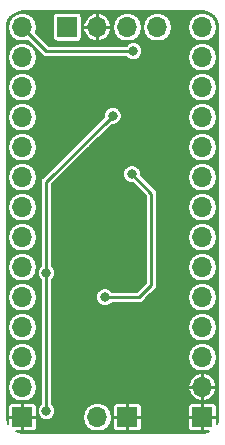
<source format=gbr>
G04 #@! TF.GenerationSoftware,KiCad,Pcbnew,5.0.0-rc3-6a2723a~65~ubuntu18.04.1*
G04 #@! TF.CreationDate,2018-07-16T03:01:28+02:00*
G04 #@! TF.ProjectId,securisam,73656375726973616D2E6B696361645F,rev?*
G04 #@! TF.SameCoordinates,Original*
G04 #@! TF.FileFunction,Copper,L2,Bot,Signal*
G04 #@! TF.FilePolarity,Positive*
%FSLAX46Y46*%
G04 Gerber Fmt 4.6, Leading zero omitted, Abs format (unit mm)*
G04 Created by KiCad (PCBNEW 5.0.0-rc3-6a2723a~65~ubuntu18.04.1) date Mon Jul 16 03:01:28 2018*
%MOMM*%
%LPD*%
G01*
G04 APERTURE LIST*
G04 #@! TA.AperFunction,ComponentPad*
%ADD10R,1.700000X1.700000*%
G04 #@! TD*
G04 #@! TA.AperFunction,ComponentPad*
%ADD11O,1.700000X1.700000*%
G04 #@! TD*
G04 #@! TA.AperFunction,ViaPad*
%ADD12C,0.800000*%
G04 #@! TD*
G04 #@! TA.AperFunction,Conductor*
%ADD13C,0.250000*%
G04 #@! TD*
G04 #@! TA.AperFunction,Conductor*
%ADD14C,0.200000*%
G04 #@! TD*
G04 APERTURE END LIST*
D10*
G04 #@! TO.P,J4,1*
G04 #@! TO.N,GND*
X110490000Y-127000000D03*
D11*
G04 #@! TO.P,J4,2*
G04 #@! TO.N,VDD*
X107950000Y-127000000D03*
G04 #@! TD*
D10*
G04 #@! TO.P,J1,1*
G04 #@! TO.N,/SWDIO*
X105410000Y-93980000D03*
D11*
G04 #@! TO.P,J1,2*
G04 #@! TO.N,GND*
X107950000Y-93980000D03*
G04 #@! TO.P,J1,3*
G04 #@! TO.N,/SWCLK*
X110490000Y-93980000D03*
G04 #@! TO.P,J1,4*
G04 #@! TO.N,VDD*
X113030000Y-93980000D03*
G04 #@! TD*
G04 #@! TO.P,J3,14*
G04 #@! TO.N,VDD*
X116840000Y-93980000D03*
G04 #@! TO.P,J3,13*
G04 #@! TO.N,/PA27*
X116840000Y-96520000D03*
G04 #@! TO.P,J3,12*
G04 #@! TO.N,/PA25*
X116840000Y-99060000D03*
G04 #@! TO.P,J3,11*
G04 #@! TO.N,/PA24*
X116840000Y-101600000D03*
G04 #@! TO.P,J3,10*
G04 #@! TO.N,/PA23*
X116840000Y-104140000D03*
G04 #@! TO.P,J3,9*
G04 #@! TO.N,/PA22*
X116840000Y-106680000D03*
G04 #@! TO.P,J3,8*
G04 #@! TO.N,/PA19*
X116840000Y-109220000D03*
G04 #@! TO.P,J3,7*
G04 #@! TO.N,/PA18*
X116840000Y-111760000D03*
G04 #@! TO.P,J3,6*
G04 #@! TO.N,/PA17*
X116840000Y-114300000D03*
G04 #@! TO.P,J3,5*
G04 #@! TO.N,/PA16*
X116840000Y-116840000D03*
G04 #@! TO.P,J3,4*
G04 #@! TO.N,/PA15*
X116840000Y-119380000D03*
G04 #@! TO.P,J3,3*
G04 #@! TO.N,/PA14*
X116840000Y-121920000D03*
G04 #@! TO.P,J3,2*
G04 #@! TO.N,GND*
X116840000Y-124460000D03*
D10*
G04 #@! TO.P,J3,1*
X116840000Y-127000000D03*
G04 #@! TD*
G04 #@! TO.P,J2,1*
G04 #@! TO.N,GND*
X101600000Y-127000000D03*
D11*
G04 #@! TO.P,J2,2*
G04 #@! TO.N,/PA11*
X101600000Y-124460000D03*
G04 #@! TO.P,J2,3*
G04 #@! TO.N,/PA10*
X101600000Y-121920000D03*
G04 #@! TO.P,J2,4*
G04 #@! TO.N,/PA09*
X101600000Y-119380000D03*
G04 #@! TO.P,J2,5*
G04 #@! TO.N,/PA08*
X101600000Y-116840000D03*
G04 #@! TO.P,J2,6*
G04 #@! TO.N,/PA07*
X101600000Y-114300000D03*
G04 #@! TO.P,J2,7*
G04 #@! TO.N,/PA06*
X101600000Y-111760000D03*
G04 #@! TO.P,J2,8*
G04 #@! TO.N,/PA05*
X101600000Y-109220000D03*
G04 #@! TO.P,J2,9*
G04 #@! TO.N,/PA04*
X101600000Y-106680000D03*
G04 #@! TO.P,J2,10*
G04 #@! TO.N,/PA03*
X101600000Y-104140000D03*
G04 #@! TO.P,J2,11*
G04 #@! TO.N,/PA02*
X101600000Y-101600000D03*
G04 #@! TO.P,J2,12*
G04 #@! TO.N,/PA01*
X101600000Y-99060000D03*
G04 #@! TO.P,J2,13*
G04 #@! TO.N,/PA00*
X101600000Y-96520000D03*
G04 #@! TO.P,J2,14*
G04 #@! TO.N,VDD*
X101600000Y-93980000D03*
G04 #@! TD*
D12*
G04 #@! TO.N,/~RESET~*
X108585000Y-116840000D03*
X110871000Y-106426000D03*
G04 #@! TO.N,GND*
X108331000Y-111252000D03*
X110109000Y-111252000D03*
X110109000Y-109474000D03*
X108331000Y-109474000D03*
G04 #@! TO.N,VDD*
X109236500Y-101473000D03*
X103632000Y-114808000D03*
X103632000Y-126492000D03*
X110998000Y-96012000D03*
G04 #@! TO.N,GND*
X109220000Y-106426000D03*
X108077000Y-100711000D03*
X111633000Y-100711000D03*
X109347000Y-120650000D03*
X113665000Y-114808000D03*
G04 #@! TD*
D13*
G04 #@! TO.N,/~RESET~*
X112522000Y-108077000D02*
X110871000Y-106426000D01*
X112522000Y-115824000D02*
X112522000Y-108077000D01*
X108585000Y-116840000D02*
X111506000Y-116840000D01*
X111506000Y-116840000D02*
X112522000Y-115824000D01*
G04 #@! TO.N,VDD*
X103632000Y-107077500D02*
X103632000Y-114242315D01*
X109236500Y-101473000D02*
X103632000Y-107077500D01*
X103632000Y-114242315D02*
X103632000Y-114808000D01*
X103632000Y-125730000D02*
X103632000Y-126492000D01*
X103632000Y-114808000D02*
X103632000Y-125730000D01*
X110432315Y-96012000D02*
X110998000Y-96012000D01*
X103632000Y-96012000D02*
X110432315Y-96012000D01*
X101600000Y-93980000D02*
X103632000Y-96012000D01*
G04 #@! TD*
D14*
G04 #@! TO.N,GND*
G36*
X117235242Y-92695243D02*
X117595540Y-92868256D01*
X117889038Y-93139563D01*
X118089787Y-93485178D01*
X118185442Y-93897863D01*
X118189001Y-93988444D01*
X118189000Y-126967934D01*
X118124757Y-127395242D01*
X118044000Y-127563418D01*
X118044000Y-127115500D01*
X117955500Y-127027000D01*
X116867000Y-127027000D01*
X116867000Y-128115500D01*
X116955500Y-128204000D01*
X117413651Y-128204000D01*
X117334823Y-128249787D01*
X116922138Y-128345442D01*
X116831582Y-128349000D01*
X101632066Y-128349000D01*
X101204758Y-128284757D01*
X101036582Y-128204000D01*
X101484500Y-128204000D01*
X101573000Y-128115500D01*
X101573000Y-127027000D01*
X101627000Y-127027000D01*
X101627000Y-128115500D01*
X101715500Y-128204000D01*
X102520415Y-128204000D01*
X102650525Y-128150107D01*
X102750107Y-128050525D01*
X102804000Y-127920415D01*
X102804000Y-127115500D01*
X102715500Y-127027000D01*
X101627000Y-127027000D01*
X101573000Y-127027000D01*
X100484500Y-127027000D01*
X100396000Y-127115500D01*
X100396000Y-127573651D01*
X100350213Y-127494823D01*
X100254558Y-127082138D01*
X100251000Y-126991582D01*
X100251000Y-126079585D01*
X100396000Y-126079585D01*
X100396000Y-126884500D01*
X100484500Y-126973000D01*
X101573000Y-126973000D01*
X101573000Y-125884500D01*
X101627000Y-125884500D01*
X101627000Y-126973000D01*
X102715500Y-126973000D01*
X102804000Y-126884500D01*
X102804000Y-126079585D01*
X102750107Y-125949475D01*
X102650525Y-125849893D01*
X102520415Y-125796000D01*
X101715500Y-125796000D01*
X101627000Y-125884500D01*
X101573000Y-125884500D01*
X101484500Y-125796000D01*
X100679585Y-125796000D01*
X100549475Y-125849893D01*
X100449893Y-125949475D01*
X100396000Y-126079585D01*
X100251000Y-126079585D01*
X100251000Y-124460000D01*
X100372413Y-124460000D01*
X100465857Y-124929777D01*
X100731965Y-125328035D01*
X101130223Y-125594143D01*
X101481420Y-125664000D01*
X101718580Y-125664000D01*
X102069777Y-125594143D01*
X102468035Y-125328035D01*
X102734143Y-124929777D01*
X102827587Y-124460000D01*
X102734143Y-123990223D01*
X102468035Y-123591965D01*
X102069777Y-123325857D01*
X101718580Y-123256000D01*
X101481420Y-123256000D01*
X101130223Y-123325857D01*
X100731965Y-123591965D01*
X100465857Y-123990223D01*
X100372413Y-124460000D01*
X100251000Y-124460000D01*
X100251000Y-121920000D01*
X100372413Y-121920000D01*
X100465857Y-122389777D01*
X100731965Y-122788035D01*
X101130223Y-123054143D01*
X101481420Y-123124000D01*
X101718580Y-123124000D01*
X102069777Y-123054143D01*
X102468035Y-122788035D01*
X102734143Y-122389777D01*
X102827587Y-121920000D01*
X102734143Y-121450223D01*
X102468035Y-121051965D01*
X102069777Y-120785857D01*
X101718580Y-120716000D01*
X101481420Y-120716000D01*
X101130223Y-120785857D01*
X100731965Y-121051965D01*
X100465857Y-121450223D01*
X100372413Y-121920000D01*
X100251000Y-121920000D01*
X100251000Y-119380000D01*
X100372413Y-119380000D01*
X100465857Y-119849777D01*
X100731965Y-120248035D01*
X101130223Y-120514143D01*
X101481420Y-120584000D01*
X101718580Y-120584000D01*
X102069777Y-120514143D01*
X102468035Y-120248035D01*
X102734143Y-119849777D01*
X102827587Y-119380000D01*
X102734143Y-118910223D01*
X102468035Y-118511965D01*
X102069777Y-118245857D01*
X101718580Y-118176000D01*
X101481420Y-118176000D01*
X101130223Y-118245857D01*
X100731965Y-118511965D01*
X100465857Y-118910223D01*
X100372413Y-119380000D01*
X100251000Y-119380000D01*
X100251000Y-116840000D01*
X100372413Y-116840000D01*
X100465857Y-117309777D01*
X100731965Y-117708035D01*
X101130223Y-117974143D01*
X101481420Y-118044000D01*
X101718580Y-118044000D01*
X102069777Y-117974143D01*
X102468035Y-117708035D01*
X102734143Y-117309777D01*
X102827587Y-116840000D01*
X102734143Y-116370223D01*
X102468035Y-115971965D01*
X102069777Y-115705857D01*
X101718580Y-115636000D01*
X101481420Y-115636000D01*
X101130223Y-115705857D01*
X100731965Y-115971965D01*
X100465857Y-116370223D01*
X100372413Y-116840000D01*
X100251000Y-116840000D01*
X100251000Y-114300000D01*
X100372413Y-114300000D01*
X100465857Y-114769777D01*
X100731965Y-115168035D01*
X101130223Y-115434143D01*
X101481420Y-115504000D01*
X101718580Y-115504000D01*
X102069777Y-115434143D01*
X102468035Y-115168035D01*
X102734143Y-114769777D01*
X102756372Y-114658020D01*
X102878000Y-114658020D01*
X102878000Y-114957980D01*
X102992789Y-115235107D01*
X103153000Y-115395318D01*
X103153001Y-125682820D01*
X103153000Y-125682825D01*
X103153000Y-125904682D01*
X102992789Y-126064893D01*
X102878000Y-126342020D01*
X102878000Y-126641980D01*
X102992789Y-126919107D01*
X103204893Y-127131211D01*
X103482020Y-127246000D01*
X103781980Y-127246000D01*
X104059107Y-127131211D01*
X104190318Y-127000000D01*
X106722413Y-127000000D01*
X106815857Y-127469777D01*
X107081965Y-127868035D01*
X107480223Y-128134143D01*
X107831420Y-128204000D01*
X108068580Y-128204000D01*
X108419777Y-128134143D01*
X108818035Y-127868035D01*
X109084143Y-127469777D01*
X109154612Y-127115500D01*
X109286000Y-127115500D01*
X109286000Y-127920415D01*
X109339893Y-128050525D01*
X109439475Y-128150107D01*
X109569585Y-128204000D01*
X110374500Y-128204000D01*
X110463000Y-128115500D01*
X110463000Y-127027000D01*
X110517000Y-127027000D01*
X110517000Y-128115500D01*
X110605500Y-128204000D01*
X111410415Y-128204000D01*
X111540525Y-128150107D01*
X111640107Y-128050525D01*
X111694000Y-127920415D01*
X111694000Y-127115500D01*
X115636000Y-127115500D01*
X115636000Y-127920415D01*
X115689893Y-128050525D01*
X115789475Y-128150107D01*
X115919585Y-128204000D01*
X116724500Y-128204000D01*
X116813000Y-128115500D01*
X116813000Y-127027000D01*
X115724500Y-127027000D01*
X115636000Y-127115500D01*
X111694000Y-127115500D01*
X111605500Y-127027000D01*
X110517000Y-127027000D01*
X110463000Y-127027000D01*
X109374500Y-127027000D01*
X109286000Y-127115500D01*
X109154612Y-127115500D01*
X109177587Y-127000000D01*
X109084143Y-126530223D01*
X108818035Y-126131965D01*
X108739643Y-126079585D01*
X109286000Y-126079585D01*
X109286000Y-126884500D01*
X109374500Y-126973000D01*
X110463000Y-126973000D01*
X110463000Y-125884500D01*
X110517000Y-125884500D01*
X110517000Y-126973000D01*
X111605500Y-126973000D01*
X111694000Y-126884500D01*
X111694000Y-126079585D01*
X115636000Y-126079585D01*
X115636000Y-126884500D01*
X115724500Y-126973000D01*
X116813000Y-126973000D01*
X116813000Y-125884500D01*
X116867000Y-125884500D01*
X116867000Y-126973000D01*
X117955500Y-126973000D01*
X118044000Y-126884500D01*
X118044000Y-126079585D01*
X117990107Y-125949475D01*
X117890525Y-125849893D01*
X117760415Y-125796000D01*
X116955500Y-125796000D01*
X116867000Y-125884500D01*
X116813000Y-125884500D01*
X116724500Y-125796000D01*
X115919585Y-125796000D01*
X115789475Y-125849893D01*
X115689893Y-125949475D01*
X115636000Y-126079585D01*
X111694000Y-126079585D01*
X111640107Y-125949475D01*
X111540525Y-125849893D01*
X111410415Y-125796000D01*
X110605500Y-125796000D01*
X110517000Y-125884500D01*
X110463000Y-125884500D01*
X110374500Y-125796000D01*
X109569585Y-125796000D01*
X109439475Y-125849893D01*
X109339893Y-125949475D01*
X109286000Y-126079585D01*
X108739643Y-126079585D01*
X108419777Y-125865857D01*
X108068580Y-125796000D01*
X107831420Y-125796000D01*
X107480223Y-125865857D01*
X107081965Y-126131965D01*
X106815857Y-126530223D01*
X106722413Y-127000000D01*
X104190318Y-127000000D01*
X104271211Y-126919107D01*
X104386000Y-126641980D01*
X104386000Y-126342020D01*
X104271211Y-126064893D01*
X104111000Y-125904682D01*
X104111000Y-124674967D01*
X115655346Y-124674967D01*
X115663255Y-124714745D01*
X115850316Y-125145674D01*
X116188047Y-125472216D01*
X116625032Y-125644657D01*
X116813000Y-125575200D01*
X116813000Y-124487000D01*
X116867000Y-124487000D01*
X116867000Y-125575200D01*
X117054968Y-125644657D01*
X117491953Y-125472216D01*
X117829684Y-125145674D01*
X118016745Y-124714745D01*
X118024654Y-124674967D01*
X117955173Y-124487000D01*
X116867000Y-124487000D01*
X116813000Y-124487000D01*
X115724827Y-124487000D01*
X115655346Y-124674967D01*
X104111000Y-124674967D01*
X104111000Y-124245033D01*
X115655346Y-124245033D01*
X115724827Y-124433000D01*
X116813000Y-124433000D01*
X116813000Y-123344800D01*
X116867000Y-123344800D01*
X116867000Y-124433000D01*
X117955173Y-124433000D01*
X118024654Y-124245033D01*
X118016745Y-124205255D01*
X117829684Y-123774326D01*
X117491953Y-123447784D01*
X117054968Y-123275343D01*
X116867000Y-123344800D01*
X116813000Y-123344800D01*
X116625032Y-123275343D01*
X116188047Y-123447784D01*
X115850316Y-123774326D01*
X115663255Y-124205255D01*
X115655346Y-124245033D01*
X104111000Y-124245033D01*
X104111000Y-121920000D01*
X115612413Y-121920000D01*
X115705857Y-122389777D01*
X115971965Y-122788035D01*
X116370223Y-123054143D01*
X116721420Y-123124000D01*
X116958580Y-123124000D01*
X117309777Y-123054143D01*
X117708035Y-122788035D01*
X117974143Y-122389777D01*
X118067587Y-121920000D01*
X117974143Y-121450223D01*
X117708035Y-121051965D01*
X117309777Y-120785857D01*
X116958580Y-120716000D01*
X116721420Y-120716000D01*
X116370223Y-120785857D01*
X115971965Y-121051965D01*
X115705857Y-121450223D01*
X115612413Y-121920000D01*
X104111000Y-121920000D01*
X104111000Y-119380000D01*
X115612413Y-119380000D01*
X115705857Y-119849777D01*
X115971965Y-120248035D01*
X116370223Y-120514143D01*
X116721420Y-120584000D01*
X116958580Y-120584000D01*
X117309777Y-120514143D01*
X117708035Y-120248035D01*
X117974143Y-119849777D01*
X118067587Y-119380000D01*
X117974143Y-118910223D01*
X117708035Y-118511965D01*
X117309777Y-118245857D01*
X116958580Y-118176000D01*
X116721420Y-118176000D01*
X116370223Y-118245857D01*
X115971965Y-118511965D01*
X115705857Y-118910223D01*
X115612413Y-119380000D01*
X104111000Y-119380000D01*
X104111000Y-116690020D01*
X107831000Y-116690020D01*
X107831000Y-116989980D01*
X107945789Y-117267107D01*
X108157893Y-117479211D01*
X108435020Y-117594000D01*
X108734980Y-117594000D01*
X109012107Y-117479211D01*
X109172318Y-117319000D01*
X111458825Y-117319000D01*
X111506000Y-117328384D01*
X111553175Y-117319000D01*
X111553176Y-117319000D01*
X111692896Y-117291208D01*
X111851340Y-117185340D01*
X111878067Y-117145340D01*
X112183407Y-116840000D01*
X115612413Y-116840000D01*
X115705857Y-117309777D01*
X115971965Y-117708035D01*
X116370223Y-117974143D01*
X116721420Y-118044000D01*
X116958580Y-118044000D01*
X117309777Y-117974143D01*
X117708035Y-117708035D01*
X117974143Y-117309777D01*
X118067587Y-116840000D01*
X117974143Y-116370223D01*
X117708035Y-115971965D01*
X117309777Y-115705857D01*
X116958580Y-115636000D01*
X116721420Y-115636000D01*
X116370223Y-115705857D01*
X115971965Y-115971965D01*
X115705857Y-116370223D01*
X115612413Y-116840000D01*
X112183407Y-116840000D01*
X112827344Y-116196064D01*
X112867340Y-116169340D01*
X112973208Y-116010896D01*
X113001000Y-115871176D01*
X113001000Y-115871175D01*
X113010384Y-115824000D01*
X113001000Y-115776825D01*
X113001000Y-114300000D01*
X115612413Y-114300000D01*
X115705857Y-114769777D01*
X115971965Y-115168035D01*
X116370223Y-115434143D01*
X116721420Y-115504000D01*
X116958580Y-115504000D01*
X117309777Y-115434143D01*
X117708035Y-115168035D01*
X117974143Y-114769777D01*
X118067587Y-114300000D01*
X117974143Y-113830223D01*
X117708035Y-113431965D01*
X117309777Y-113165857D01*
X116958580Y-113096000D01*
X116721420Y-113096000D01*
X116370223Y-113165857D01*
X115971965Y-113431965D01*
X115705857Y-113830223D01*
X115612413Y-114300000D01*
X113001000Y-114300000D01*
X113001000Y-111760000D01*
X115612413Y-111760000D01*
X115705857Y-112229777D01*
X115971965Y-112628035D01*
X116370223Y-112894143D01*
X116721420Y-112964000D01*
X116958580Y-112964000D01*
X117309777Y-112894143D01*
X117708035Y-112628035D01*
X117974143Y-112229777D01*
X118067587Y-111760000D01*
X117974143Y-111290223D01*
X117708035Y-110891965D01*
X117309777Y-110625857D01*
X116958580Y-110556000D01*
X116721420Y-110556000D01*
X116370223Y-110625857D01*
X115971965Y-110891965D01*
X115705857Y-111290223D01*
X115612413Y-111760000D01*
X113001000Y-111760000D01*
X113001000Y-109220000D01*
X115612413Y-109220000D01*
X115705857Y-109689777D01*
X115971965Y-110088035D01*
X116370223Y-110354143D01*
X116721420Y-110424000D01*
X116958580Y-110424000D01*
X117309777Y-110354143D01*
X117708035Y-110088035D01*
X117974143Y-109689777D01*
X118067587Y-109220000D01*
X117974143Y-108750223D01*
X117708035Y-108351965D01*
X117309777Y-108085857D01*
X116958580Y-108016000D01*
X116721420Y-108016000D01*
X116370223Y-108085857D01*
X115971965Y-108351965D01*
X115705857Y-108750223D01*
X115612413Y-109220000D01*
X113001000Y-109220000D01*
X113001000Y-108124175D01*
X113010384Y-108077000D01*
X112998250Y-108016000D01*
X112973208Y-107890104D01*
X112867340Y-107731660D01*
X112827343Y-107704935D01*
X111802408Y-106680000D01*
X115612413Y-106680000D01*
X115705857Y-107149777D01*
X115971965Y-107548035D01*
X116370223Y-107814143D01*
X116721420Y-107884000D01*
X116958580Y-107884000D01*
X117309777Y-107814143D01*
X117708035Y-107548035D01*
X117974143Y-107149777D01*
X118067587Y-106680000D01*
X117974143Y-106210223D01*
X117708035Y-105811965D01*
X117309777Y-105545857D01*
X116958580Y-105476000D01*
X116721420Y-105476000D01*
X116370223Y-105545857D01*
X115971965Y-105811965D01*
X115705857Y-106210223D01*
X115612413Y-106680000D01*
X111802408Y-106680000D01*
X111625000Y-106502593D01*
X111625000Y-106276020D01*
X111510211Y-105998893D01*
X111298107Y-105786789D01*
X111020980Y-105672000D01*
X110721020Y-105672000D01*
X110443893Y-105786789D01*
X110231789Y-105998893D01*
X110117000Y-106276020D01*
X110117000Y-106575980D01*
X110231789Y-106853107D01*
X110443893Y-107065211D01*
X110721020Y-107180000D01*
X110947593Y-107180000D01*
X112043001Y-108275409D01*
X112043000Y-115625592D01*
X111307593Y-116361000D01*
X109172318Y-116361000D01*
X109012107Y-116200789D01*
X108734980Y-116086000D01*
X108435020Y-116086000D01*
X108157893Y-116200789D01*
X107945789Y-116412893D01*
X107831000Y-116690020D01*
X104111000Y-116690020D01*
X104111000Y-115395318D01*
X104271211Y-115235107D01*
X104386000Y-114957980D01*
X104386000Y-114658020D01*
X104271211Y-114380893D01*
X104111000Y-114220682D01*
X104111000Y-107275907D01*
X107246907Y-104140000D01*
X115612413Y-104140000D01*
X115705857Y-104609777D01*
X115971965Y-105008035D01*
X116370223Y-105274143D01*
X116721420Y-105344000D01*
X116958580Y-105344000D01*
X117309777Y-105274143D01*
X117708035Y-105008035D01*
X117974143Y-104609777D01*
X118067587Y-104140000D01*
X117974143Y-103670223D01*
X117708035Y-103271965D01*
X117309777Y-103005857D01*
X116958580Y-102936000D01*
X116721420Y-102936000D01*
X116370223Y-103005857D01*
X115971965Y-103271965D01*
X115705857Y-103670223D01*
X115612413Y-104140000D01*
X107246907Y-104140000D01*
X109159908Y-102227000D01*
X109386480Y-102227000D01*
X109663607Y-102112211D01*
X109875711Y-101900107D01*
X109990500Y-101622980D01*
X109990500Y-101600000D01*
X115612413Y-101600000D01*
X115705857Y-102069777D01*
X115971965Y-102468035D01*
X116370223Y-102734143D01*
X116721420Y-102804000D01*
X116958580Y-102804000D01*
X117309777Y-102734143D01*
X117708035Y-102468035D01*
X117974143Y-102069777D01*
X118067587Y-101600000D01*
X117974143Y-101130223D01*
X117708035Y-100731965D01*
X117309777Y-100465857D01*
X116958580Y-100396000D01*
X116721420Y-100396000D01*
X116370223Y-100465857D01*
X115971965Y-100731965D01*
X115705857Y-101130223D01*
X115612413Y-101600000D01*
X109990500Y-101600000D01*
X109990500Y-101323020D01*
X109875711Y-101045893D01*
X109663607Y-100833789D01*
X109386480Y-100719000D01*
X109086520Y-100719000D01*
X108809393Y-100833789D01*
X108597289Y-101045893D01*
X108482500Y-101323020D01*
X108482500Y-101549592D01*
X103326660Y-106705433D01*
X103286660Y-106732160D01*
X103180792Y-106890605D01*
X103154256Y-107024009D01*
X103143616Y-107077500D01*
X103153000Y-107124675D01*
X103153001Y-114195135D01*
X103153000Y-114195140D01*
X103153000Y-114220682D01*
X102992789Y-114380893D01*
X102878000Y-114658020D01*
X102756372Y-114658020D01*
X102827587Y-114300000D01*
X102734143Y-113830223D01*
X102468035Y-113431965D01*
X102069777Y-113165857D01*
X101718580Y-113096000D01*
X101481420Y-113096000D01*
X101130223Y-113165857D01*
X100731965Y-113431965D01*
X100465857Y-113830223D01*
X100372413Y-114300000D01*
X100251000Y-114300000D01*
X100251000Y-111760000D01*
X100372413Y-111760000D01*
X100465857Y-112229777D01*
X100731965Y-112628035D01*
X101130223Y-112894143D01*
X101481420Y-112964000D01*
X101718580Y-112964000D01*
X102069777Y-112894143D01*
X102468035Y-112628035D01*
X102734143Y-112229777D01*
X102827587Y-111760000D01*
X102734143Y-111290223D01*
X102468035Y-110891965D01*
X102069777Y-110625857D01*
X101718580Y-110556000D01*
X101481420Y-110556000D01*
X101130223Y-110625857D01*
X100731965Y-110891965D01*
X100465857Y-111290223D01*
X100372413Y-111760000D01*
X100251000Y-111760000D01*
X100251000Y-109220000D01*
X100372413Y-109220000D01*
X100465857Y-109689777D01*
X100731965Y-110088035D01*
X101130223Y-110354143D01*
X101481420Y-110424000D01*
X101718580Y-110424000D01*
X102069777Y-110354143D01*
X102468035Y-110088035D01*
X102734143Y-109689777D01*
X102827587Y-109220000D01*
X102734143Y-108750223D01*
X102468035Y-108351965D01*
X102069777Y-108085857D01*
X101718580Y-108016000D01*
X101481420Y-108016000D01*
X101130223Y-108085857D01*
X100731965Y-108351965D01*
X100465857Y-108750223D01*
X100372413Y-109220000D01*
X100251000Y-109220000D01*
X100251000Y-106680000D01*
X100372413Y-106680000D01*
X100465857Y-107149777D01*
X100731965Y-107548035D01*
X101130223Y-107814143D01*
X101481420Y-107884000D01*
X101718580Y-107884000D01*
X102069777Y-107814143D01*
X102468035Y-107548035D01*
X102734143Y-107149777D01*
X102827587Y-106680000D01*
X102734143Y-106210223D01*
X102468035Y-105811965D01*
X102069777Y-105545857D01*
X101718580Y-105476000D01*
X101481420Y-105476000D01*
X101130223Y-105545857D01*
X100731965Y-105811965D01*
X100465857Y-106210223D01*
X100372413Y-106680000D01*
X100251000Y-106680000D01*
X100251000Y-104140000D01*
X100372413Y-104140000D01*
X100465857Y-104609777D01*
X100731965Y-105008035D01*
X101130223Y-105274143D01*
X101481420Y-105344000D01*
X101718580Y-105344000D01*
X102069777Y-105274143D01*
X102468035Y-105008035D01*
X102734143Y-104609777D01*
X102827587Y-104140000D01*
X102734143Y-103670223D01*
X102468035Y-103271965D01*
X102069777Y-103005857D01*
X101718580Y-102936000D01*
X101481420Y-102936000D01*
X101130223Y-103005857D01*
X100731965Y-103271965D01*
X100465857Y-103670223D01*
X100372413Y-104140000D01*
X100251000Y-104140000D01*
X100251000Y-101600000D01*
X100372413Y-101600000D01*
X100465857Y-102069777D01*
X100731965Y-102468035D01*
X101130223Y-102734143D01*
X101481420Y-102804000D01*
X101718580Y-102804000D01*
X102069777Y-102734143D01*
X102468035Y-102468035D01*
X102734143Y-102069777D01*
X102827587Y-101600000D01*
X102734143Y-101130223D01*
X102468035Y-100731965D01*
X102069777Y-100465857D01*
X101718580Y-100396000D01*
X101481420Y-100396000D01*
X101130223Y-100465857D01*
X100731965Y-100731965D01*
X100465857Y-101130223D01*
X100372413Y-101600000D01*
X100251000Y-101600000D01*
X100251000Y-99060000D01*
X100372413Y-99060000D01*
X100465857Y-99529777D01*
X100731965Y-99928035D01*
X101130223Y-100194143D01*
X101481420Y-100264000D01*
X101718580Y-100264000D01*
X102069777Y-100194143D01*
X102468035Y-99928035D01*
X102734143Y-99529777D01*
X102827587Y-99060000D01*
X115612413Y-99060000D01*
X115705857Y-99529777D01*
X115971965Y-99928035D01*
X116370223Y-100194143D01*
X116721420Y-100264000D01*
X116958580Y-100264000D01*
X117309777Y-100194143D01*
X117708035Y-99928035D01*
X117974143Y-99529777D01*
X118067587Y-99060000D01*
X117974143Y-98590223D01*
X117708035Y-98191965D01*
X117309777Y-97925857D01*
X116958580Y-97856000D01*
X116721420Y-97856000D01*
X116370223Y-97925857D01*
X115971965Y-98191965D01*
X115705857Y-98590223D01*
X115612413Y-99060000D01*
X102827587Y-99060000D01*
X102734143Y-98590223D01*
X102468035Y-98191965D01*
X102069777Y-97925857D01*
X101718580Y-97856000D01*
X101481420Y-97856000D01*
X101130223Y-97925857D01*
X100731965Y-98191965D01*
X100465857Y-98590223D01*
X100372413Y-99060000D01*
X100251000Y-99060000D01*
X100251000Y-96520000D01*
X100372413Y-96520000D01*
X100465857Y-96989777D01*
X100731965Y-97388035D01*
X101130223Y-97654143D01*
X101481420Y-97724000D01*
X101718580Y-97724000D01*
X102069777Y-97654143D01*
X102468035Y-97388035D01*
X102734143Y-96989777D01*
X102827587Y-96520000D01*
X102734143Y-96050223D01*
X102468035Y-95651965D01*
X102069777Y-95385857D01*
X101718580Y-95316000D01*
X101481420Y-95316000D01*
X101130223Y-95385857D01*
X100731965Y-95651965D01*
X100465857Y-96050223D01*
X100372413Y-96520000D01*
X100251000Y-96520000D01*
X100251000Y-94012066D01*
X100255820Y-93980000D01*
X100372413Y-93980000D01*
X100465857Y-94449777D01*
X100731965Y-94848035D01*
X101130223Y-95114143D01*
X101481420Y-95184000D01*
X101718580Y-95184000D01*
X102058899Y-95116307D01*
X103259935Y-96317343D01*
X103286660Y-96357340D01*
X103445104Y-96463208D01*
X103584824Y-96491000D01*
X103584825Y-96491000D01*
X103632000Y-96500384D01*
X103679175Y-96491000D01*
X110410682Y-96491000D01*
X110570893Y-96651211D01*
X110848020Y-96766000D01*
X111147980Y-96766000D01*
X111425107Y-96651211D01*
X111556318Y-96520000D01*
X115612413Y-96520000D01*
X115705857Y-96989777D01*
X115971965Y-97388035D01*
X116370223Y-97654143D01*
X116721420Y-97724000D01*
X116958580Y-97724000D01*
X117309777Y-97654143D01*
X117708035Y-97388035D01*
X117974143Y-96989777D01*
X118067587Y-96520000D01*
X117974143Y-96050223D01*
X117708035Y-95651965D01*
X117309777Y-95385857D01*
X116958580Y-95316000D01*
X116721420Y-95316000D01*
X116370223Y-95385857D01*
X115971965Y-95651965D01*
X115705857Y-96050223D01*
X115612413Y-96520000D01*
X111556318Y-96520000D01*
X111637211Y-96439107D01*
X111752000Y-96161980D01*
X111752000Y-95862020D01*
X111637211Y-95584893D01*
X111425107Y-95372789D01*
X111147980Y-95258000D01*
X110848020Y-95258000D01*
X110570893Y-95372789D01*
X110410682Y-95533000D01*
X103830408Y-95533000D01*
X102736307Y-94438899D01*
X102827587Y-93980000D01*
X102734143Y-93510223D01*
X102480086Y-93130000D01*
X104199065Y-93130000D01*
X104199065Y-94830000D01*
X104226540Y-94968124D01*
X104304780Y-95085220D01*
X104421876Y-95163460D01*
X104560000Y-95190935D01*
X106260000Y-95190935D01*
X106398124Y-95163460D01*
X106515220Y-95085220D01*
X106593460Y-94968124D01*
X106620935Y-94830000D01*
X106620935Y-94194968D01*
X106765343Y-94194968D01*
X106937784Y-94631953D01*
X107264326Y-94969684D01*
X107695255Y-95156745D01*
X107735033Y-95164654D01*
X107923000Y-95095173D01*
X107923000Y-94007000D01*
X107977000Y-94007000D01*
X107977000Y-95095173D01*
X108164967Y-95164654D01*
X108204745Y-95156745D01*
X108635674Y-94969684D01*
X108962216Y-94631953D01*
X109134657Y-94194968D01*
X109065200Y-94007000D01*
X107977000Y-94007000D01*
X107923000Y-94007000D01*
X106834800Y-94007000D01*
X106765343Y-94194968D01*
X106620935Y-94194968D01*
X106620935Y-93980000D01*
X109262413Y-93980000D01*
X109355857Y-94449777D01*
X109621965Y-94848035D01*
X110020223Y-95114143D01*
X110371420Y-95184000D01*
X110608580Y-95184000D01*
X110959777Y-95114143D01*
X111358035Y-94848035D01*
X111624143Y-94449777D01*
X111717587Y-93980000D01*
X111802413Y-93980000D01*
X111895857Y-94449777D01*
X112161965Y-94848035D01*
X112560223Y-95114143D01*
X112911420Y-95184000D01*
X113148580Y-95184000D01*
X113499777Y-95114143D01*
X113898035Y-94848035D01*
X114164143Y-94449777D01*
X114257587Y-93980000D01*
X115612413Y-93980000D01*
X115705857Y-94449777D01*
X115971965Y-94848035D01*
X116370223Y-95114143D01*
X116721420Y-95184000D01*
X116958580Y-95184000D01*
X117309777Y-95114143D01*
X117708035Y-94848035D01*
X117974143Y-94449777D01*
X118067587Y-93980000D01*
X117974143Y-93510223D01*
X117708035Y-93111965D01*
X117309777Y-92845857D01*
X116958580Y-92776000D01*
X116721420Y-92776000D01*
X116370223Y-92845857D01*
X115971965Y-93111965D01*
X115705857Y-93510223D01*
X115612413Y-93980000D01*
X114257587Y-93980000D01*
X114164143Y-93510223D01*
X113898035Y-93111965D01*
X113499777Y-92845857D01*
X113148580Y-92776000D01*
X112911420Y-92776000D01*
X112560223Y-92845857D01*
X112161965Y-93111965D01*
X111895857Y-93510223D01*
X111802413Y-93980000D01*
X111717587Y-93980000D01*
X111624143Y-93510223D01*
X111358035Y-93111965D01*
X110959777Y-92845857D01*
X110608580Y-92776000D01*
X110371420Y-92776000D01*
X110020223Y-92845857D01*
X109621965Y-93111965D01*
X109355857Y-93510223D01*
X109262413Y-93980000D01*
X106620935Y-93980000D01*
X106620935Y-93765032D01*
X106765343Y-93765032D01*
X106834800Y-93953000D01*
X107923000Y-93953000D01*
X107923000Y-92864827D01*
X107977000Y-92864827D01*
X107977000Y-93953000D01*
X109065200Y-93953000D01*
X109134657Y-93765032D01*
X108962216Y-93328047D01*
X108635674Y-92990316D01*
X108204745Y-92803255D01*
X108164967Y-92795346D01*
X107977000Y-92864827D01*
X107923000Y-92864827D01*
X107735033Y-92795346D01*
X107695255Y-92803255D01*
X107264326Y-92990316D01*
X106937784Y-93328047D01*
X106765343Y-93765032D01*
X106620935Y-93765032D01*
X106620935Y-93130000D01*
X106593460Y-92991876D01*
X106515220Y-92874780D01*
X106398124Y-92796540D01*
X106260000Y-92769065D01*
X104560000Y-92769065D01*
X104421876Y-92796540D01*
X104304780Y-92874780D01*
X104226540Y-92991876D01*
X104199065Y-93130000D01*
X102480086Y-93130000D01*
X102468035Y-93111965D01*
X102069777Y-92845857D01*
X101718580Y-92776000D01*
X101481420Y-92776000D01*
X101130223Y-92845857D01*
X100731965Y-93111965D01*
X100465857Y-93510223D01*
X100372413Y-93980000D01*
X100255820Y-93980000D01*
X100315243Y-93584758D01*
X100488256Y-93224460D01*
X100759563Y-92930962D01*
X101105178Y-92730213D01*
X101517863Y-92634558D01*
X101608419Y-92631000D01*
X116807934Y-92631000D01*
X117235242Y-92695243D01*
X117235242Y-92695243D01*
G37*
X117235242Y-92695243D02*
X117595540Y-92868256D01*
X117889038Y-93139563D01*
X118089787Y-93485178D01*
X118185442Y-93897863D01*
X118189001Y-93988444D01*
X118189000Y-126967934D01*
X118124757Y-127395242D01*
X118044000Y-127563418D01*
X118044000Y-127115500D01*
X117955500Y-127027000D01*
X116867000Y-127027000D01*
X116867000Y-128115500D01*
X116955500Y-128204000D01*
X117413651Y-128204000D01*
X117334823Y-128249787D01*
X116922138Y-128345442D01*
X116831582Y-128349000D01*
X101632066Y-128349000D01*
X101204758Y-128284757D01*
X101036582Y-128204000D01*
X101484500Y-128204000D01*
X101573000Y-128115500D01*
X101573000Y-127027000D01*
X101627000Y-127027000D01*
X101627000Y-128115500D01*
X101715500Y-128204000D01*
X102520415Y-128204000D01*
X102650525Y-128150107D01*
X102750107Y-128050525D01*
X102804000Y-127920415D01*
X102804000Y-127115500D01*
X102715500Y-127027000D01*
X101627000Y-127027000D01*
X101573000Y-127027000D01*
X100484500Y-127027000D01*
X100396000Y-127115500D01*
X100396000Y-127573651D01*
X100350213Y-127494823D01*
X100254558Y-127082138D01*
X100251000Y-126991582D01*
X100251000Y-126079585D01*
X100396000Y-126079585D01*
X100396000Y-126884500D01*
X100484500Y-126973000D01*
X101573000Y-126973000D01*
X101573000Y-125884500D01*
X101627000Y-125884500D01*
X101627000Y-126973000D01*
X102715500Y-126973000D01*
X102804000Y-126884500D01*
X102804000Y-126079585D01*
X102750107Y-125949475D01*
X102650525Y-125849893D01*
X102520415Y-125796000D01*
X101715500Y-125796000D01*
X101627000Y-125884500D01*
X101573000Y-125884500D01*
X101484500Y-125796000D01*
X100679585Y-125796000D01*
X100549475Y-125849893D01*
X100449893Y-125949475D01*
X100396000Y-126079585D01*
X100251000Y-126079585D01*
X100251000Y-124460000D01*
X100372413Y-124460000D01*
X100465857Y-124929777D01*
X100731965Y-125328035D01*
X101130223Y-125594143D01*
X101481420Y-125664000D01*
X101718580Y-125664000D01*
X102069777Y-125594143D01*
X102468035Y-125328035D01*
X102734143Y-124929777D01*
X102827587Y-124460000D01*
X102734143Y-123990223D01*
X102468035Y-123591965D01*
X102069777Y-123325857D01*
X101718580Y-123256000D01*
X101481420Y-123256000D01*
X101130223Y-123325857D01*
X100731965Y-123591965D01*
X100465857Y-123990223D01*
X100372413Y-124460000D01*
X100251000Y-124460000D01*
X100251000Y-121920000D01*
X100372413Y-121920000D01*
X100465857Y-122389777D01*
X100731965Y-122788035D01*
X101130223Y-123054143D01*
X101481420Y-123124000D01*
X101718580Y-123124000D01*
X102069777Y-123054143D01*
X102468035Y-122788035D01*
X102734143Y-122389777D01*
X102827587Y-121920000D01*
X102734143Y-121450223D01*
X102468035Y-121051965D01*
X102069777Y-120785857D01*
X101718580Y-120716000D01*
X101481420Y-120716000D01*
X101130223Y-120785857D01*
X100731965Y-121051965D01*
X100465857Y-121450223D01*
X100372413Y-121920000D01*
X100251000Y-121920000D01*
X100251000Y-119380000D01*
X100372413Y-119380000D01*
X100465857Y-119849777D01*
X100731965Y-120248035D01*
X101130223Y-120514143D01*
X101481420Y-120584000D01*
X101718580Y-120584000D01*
X102069777Y-120514143D01*
X102468035Y-120248035D01*
X102734143Y-119849777D01*
X102827587Y-119380000D01*
X102734143Y-118910223D01*
X102468035Y-118511965D01*
X102069777Y-118245857D01*
X101718580Y-118176000D01*
X101481420Y-118176000D01*
X101130223Y-118245857D01*
X100731965Y-118511965D01*
X100465857Y-118910223D01*
X100372413Y-119380000D01*
X100251000Y-119380000D01*
X100251000Y-116840000D01*
X100372413Y-116840000D01*
X100465857Y-117309777D01*
X100731965Y-117708035D01*
X101130223Y-117974143D01*
X101481420Y-118044000D01*
X101718580Y-118044000D01*
X102069777Y-117974143D01*
X102468035Y-117708035D01*
X102734143Y-117309777D01*
X102827587Y-116840000D01*
X102734143Y-116370223D01*
X102468035Y-115971965D01*
X102069777Y-115705857D01*
X101718580Y-115636000D01*
X101481420Y-115636000D01*
X101130223Y-115705857D01*
X100731965Y-115971965D01*
X100465857Y-116370223D01*
X100372413Y-116840000D01*
X100251000Y-116840000D01*
X100251000Y-114300000D01*
X100372413Y-114300000D01*
X100465857Y-114769777D01*
X100731965Y-115168035D01*
X101130223Y-115434143D01*
X101481420Y-115504000D01*
X101718580Y-115504000D01*
X102069777Y-115434143D01*
X102468035Y-115168035D01*
X102734143Y-114769777D01*
X102756372Y-114658020D01*
X102878000Y-114658020D01*
X102878000Y-114957980D01*
X102992789Y-115235107D01*
X103153000Y-115395318D01*
X103153001Y-125682820D01*
X103153000Y-125682825D01*
X103153000Y-125904682D01*
X102992789Y-126064893D01*
X102878000Y-126342020D01*
X102878000Y-126641980D01*
X102992789Y-126919107D01*
X103204893Y-127131211D01*
X103482020Y-127246000D01*
X103781980Y-127246000D01*
X104059107Y-127131211D01*
X104190318Y-127000000D01*
X106722413Y-127000000D01*
X106815857Y-127469777D01*
X107081965Y-127868035D01*
X107480223Y-128134143D01*
X107831420Y-128204000D01*
X108068580Y-128204000D01*
X108419777Y-128134143D01*
X108818035Y-127868035D01*
X109084143Y-127469777D01*
X109154612Y-127115500D01*
X109286000Y-127115500D01*
X109286000Y-127920415D01*
X109339893Y-128050525D01*
X109439475Y-128150107D01*
X109569585Y-128204000D01*
X110374500Y-128204000D01*
X110463000Y-128115500D01*
X110463000Y-127027000D01*
X110517000Y-127027000D01*
X110517000Y-128115500D01*
X110605500Y-128204000D01*
X111410415Y-128204000D01*
X111540525Y-128150107D01*
X111640107Y-128050525D01*
X111694000Y-127920415D01*
X111694000Y-127115500D01*
X115636000Y-127115500D01*
X115636000Y-127920415D01*
X115689893Y-128050525D01*
X115789475Y-128150107D01*
X115919585Y-128204000D01*
X116724500Y-128204000D01*
X116813000Y-128115500D01*
X116813000Y-127027000D01*
X115724500Y-127027000D01*
X115636000Y-127115500D01*
X111694000Y-127115500D01*
X111605500Y-127027000D01*
X110517000Y-127027000D01*
X110463000Y-127027000D01*
X109374500Y-127027000D01*
X109286000Y-127115500D01*
X109154612Y-127115500D01*
X109177587Y-127000000D01*
X109084143Y-126530223D01*
X108818035Y-126131965D01*
X108739643Y-126079585D01*
X109286000Y-126079585D01*
X109286000Y-126884500D01*
X109374500Y-126973000D01*
X110463000Y-126973000D01*
X110463000Y-125884500D01*
X110517000Y-125884500D01*
X110517000Y-126973000D01*
X111605500Y-126973000D01*
X111694000Y-126884500D01*
X111694000Y-126079585D01*
X115636000Y-126079585D01*
X115636000Y-126884500D01*
X115724500Y-126973000D01*
X116813000Y-126973000D01*
X116813000Y-125884500D01*
X116867000Y-125884500D01*
X116867000Y-126973000D01*
X117955500Y-126973000D01*
X118044000Y-126884500D01*
X118044000Y-126079585D01*
X117990107Y-125949475D01*
X117890525Y-125849893D01*
X117760415Y-125796000D01*
X116955500Y-125796000D01*
X116867000Y-125884500D01*
X116813000Y-125884500D01*
X116724500Y-125796000D01*
X115919585Y-125796000D01*
X115789475Y-125849893D01*
X115689893Y-125949475D01*
X115636000Y-126079585D01*
X111694000Y-126079585D01*
X111640107Y-125949475D01*
X111540525Y-125849893D01*
X111410415Y-125796000D01*
X110605500Y-125796000D01*
X110517000Y-125884500D01*
X110463000Y-125884500D01*
X110374500Y-125796000D01*
X109569585Y-125796000D01*
X109439475Y-125849893D01*
X109339893Y-125949475D01*
X109286000Y-126079585D01*
X108739643Y-126079585D01*
X108419777Y-125865857D01*
X108068580Y-125796000D01*
X107831420Y-125796000D01*
X107480223Y-125865857D01*
X107081965Y-126131965D01*
X106815857Y-126530223D01*
X106722413Y-127000000D01*
X104190318Y-127000000D01*
X104271211Y-126919107D01*
X104386000Y-126641980D01*
X104386000Y-126342020D01*
X104271211Y-126064893D01*
X104111000Y-125904682D01*
X104111000Y-124674967D01*
X115655346Y-124674967D01*
X115663255Y-124714745D01*
X115850316Y-125145674D01*
X116188047Y-125472216D01*
X116625032Y-125644657D01*
X116813000Y-125575200D01*
X116813000Y-124487000D01*
X116867000Y-124487000D01*
X116867000Y-125575200D01*
X117054968Y-125644657D01*
X117491953Y-125472216D01*
X117829684Y-125145674D01*
X118016745Y-124714745D01*
X118024654Y-124674967D01*
X117955173Y-124487000D01*
X116867000Y-124487000D01*
X116813000Y-124487000D01*
X115724827Y-124487000D01*
X115655346Y-124674967D01*
X104111000Y-124674967D01*
X104111000Y-124245033D01*
X115655346Y-124245033D01*
X115724827Y-124433000D01*
X116813000Y-124433000D01*
X116813000Y-123344800D01*
X116867000Y-123344800D01*
X116867000Y-124433000D01*
X117955173Y-124433000D01*
X118024654Y-124245033D01*
X118016745Y-124205255D01*
X117829684Y-123774326D01*
X117491953Y-123447784D01*
X117054968Y-123275343D01*
X116867000Y-123344800D01*
X116813000Y-123344800D01*
X116625032Y-123275343D01*
X116188047Y-123447784D01*
X115850316Y-123774326D01*
X115663255Y-124205255D01*
X115655346Y-124245033D01*
X104111000Y-124245033D01*
X104111000Y-121920000D01*
X115612413Y-121920000D01*
X115705857Y-122389777D01*
X115971965Y-122788035D01*
X116370223Y-123054143D01*
X116721420Y-123124000D01*
X116958580Y-123124000D01*
X117309777Y-123054143D01*
X117708035Y-122788035D01*
X117974143Y-122389777D01*
X118067587Y-121920000D01*
X117974143Y-121450223D01*
X117708035Y-121051965D01*
X117309777Y-120785857D01*
X116958580Y-120716000D01*
X116721420Y-120716000D01*
X116370223Y-120785857D01*
X115971965Y-121051965D01*
X115705857Y-121450223D01*
X115612413Y-121920000D01*
X104111000Y-121920000D01*
X104111000Y-119380000D01*
X115612413Y-119380000D01*
X115705857Y-119849777D01*
X115971965Y-120248035D01*
X116370223Y-120514143D01*
X116721420Y-120584000D01*
X116958580Y-120584000D01*
X117309777Y-120514143D01*
X117708035Y-120248035D01*
X117974143Y-119849777D01*
X118067587Y-119380000D01*
X117974143Y-118910223D01*
X117708035Y-118511965D01*
X117309777Y-118245857D01*
X116958580Y-118176000D01*
X116721420Y-118176000D01*
X116370223Y-118245857D01*
X115971965Y-118511965D01*
X115705857Y-118910223D01*
X115612413Y-119380000D01*
X104111000Y-119380000D01*
X104111000Y-116690020D01*
X107831000Y-116690020D01*
X107831000Y-116989980D01*
X107945789Y-117267107D01*
X108157893Y-117479211D01*
X108435020Y-117594000D01*
X108734980Y-117594000D01*
X109012107Y-117479211D01*
X109172318Y-117319000D01*
X111458825Y-117319000D01*
X111506000Y-117328384D01*
X111553175Y-117319000D01*
X111553176Y-117319000D01*
X111692896Y-117291208D01*
X111851340Y-117185340D01*
X111878067Y-117145340D01*
X112183407Y-116840000D01*
X115612413Y-116840000D01*
X115705857Y-117309777D01*
X115971965Y-117708035D01*
X116370223Y-117974143D01*
X116721420Y-118044000D01*
X116958580Y-118044000D01*
X117309777Y-117974143D01*
X117708035Y-117708035D01*
X117974143Y-117309777D01*
X118067587Y-116840000D01*
X117974143Y-116370223D01*
X117708035Y-115971965D01*
X117309777Y-115705857D01*
X116958580Y-115636000D01*
X116721420Y-115636000D01*
X116370223Y-115705857D01*
X115971965Y-115971965D01*
X115705857Y-116370223D01*
X115612413Y-116840000D01*
X112183407Y-116840000D01*
X112827344Y-116196064D01*
X112867340Y-116169340D01*
X112973208Y-116010896D01*
X113001000Y-115871176D01*
X113001000Y-115871175D01*
X113010384Y-115824000D01*
X113001000Y-115776825D01*
X113001000Y-114300000D01*
X115612413Y-114300000D01*
X115705857Y-114769777D01*
X115971965Y-115168035D01*
X116370223Y-115434143D01*
X116721420Y-115504000D01*
X116958580Y-115504000D01*
X117309777Y-115434143D01*
X117708035Y-115168035D01*
X117974143Y-114769777D01*
X118067587Y-114300000D01*
X117974143Y-113830223D01*
X117708035Y-113431965D01*
X117309777Y-113165857D01*
X116958580Y-113096000D01*
X116721420Y-113096000D01*
X116370223Y-113165857D01*
X115971965Y-113431965D01*
X115705857Y-113830223D01*
X115612413Y-114300000D01*
X113001000Y-114300000D01*
X113001000Y-111760000D01*
X115612413Y-111760000D01*
X115705857Y-112229777D01*
X115971965Y-112628035D01*
X116370223Y-112894143D01*
X116721420Y-112964000D01*
X116958580Y-112964000D01*
X117309777Y-112894143D01*
X117708035Y-112628035D01*
X117974143Y-112229777D01*
X118067587Y-111760000D01*
X117974143Y-111290223D01*
X117708035Y-110891965D01*
X117309777Y-110625857D01*
X116958580Y-110556000D01*
X116721420Y-110556000D01*
X116370223Y-110625857D01*
X115971965Y-110891965D01*
X115705857Y-111290223D01*
X115612413Y-111760000D01*
X113001000Y-111760000D01*
X113001000Y-109220000D01*
X115612413Y-109220000D01*
X115705857Y-109689777D01*
X115971965Y-110088035D01*
X116370223Y-110354143D01*
X116721420Y-110424000D01*
X116958580Y-110424000D01*
X117309777Y-110354143D01*
X117708035Y-110088035D01*
X117974143Y-109689777D01*
X118067587Y-109220000D01*
X117974143Y-108750223D01*
X117708035Y-108351965D01*
X117309777Y-108085857D01*
X116958580Y-108016000D01*
X116721420Y-108016000D01*
X116370223Y-108085857D01*
X115971965Y-108351965D01*
X115705857Y-108750223D01*
X115612413Y-109220000D01*
X113001000Y-109220000D01*
X113001000Y-108124175D01*
X113010384Y-108077000D01*
X112998250Y-108016000D01*
X112973208Y-107890104D01*
X112867340Y-107731660D01*
X112827343Y-107704935D01*
X111802408Y-106680000D01*
X115612413Y-106680000D01*
X115705857Y-107149777D01*
X115971965Y-107548035D01*
X116370223Y-107814143D01*
X116721420Y-107884000D01*
X116958580Y-107884000D01*
X117309777Y-107814143D01*
X117708035Y-107548035D01*
X117974143Y-107149777D01*
X118067587Y-106680000D01*
X117974143Y-106210223D01*
X117708035Y-105811965D01*
X117309777Y-105545857D01*
X116958580Y-105476000D01*
X116721420Y-105476000D01*
X116370223Y-105545857D01*
X115971965Y-105811965D01*
X115705857Y-106210223D01*
X115612413Y-106680000D01*
X111802408Y-106680000D01*
X111625000Y-106502593D01*
X111625000Y-106276020D01*
X111510211Y-105998893D01*
X111298107Y-105786789D01*
X111020980Y-105672000D01*
X110721020Y-105672000D01*
X110443893Y-105786789D01*
X110231789Y-105998893D01*
X110117000Y-106276020D01*
X110117000Y-106575980D01*
X110231789Y-106853107D01*
X110443893Y-107065211D01*
X110721020Y-107180000D01*
X110947593Y-107180000D01*
X112043001Y-108275409D01*
X112043000Y-115625592D01*
X111307593Y-116361000D01*
X109172318Y-116361000D01*
X109012107Y-116200789D01*
X108734980Y-116086000D01*
X108435020Y-116086000D01*
X108157893Y-116200789D01*
X107945789Y-116412893D01*
X107831000Y-116690020D01*
X104111000Y-116690020D01*
X104111000Y-115395318D01*
X104271211Y-115235107D01*
X104386000Y-114957980D01*
X104386000Y-114658020D01*
X104271211Y-114380893D01*
X104111000Y-114220682D01*
X104111000Y-107275907D01*
X107246907Y-104140000D01*
X115612413Y-104140000D01*
X115705857Y-104609777D01*
X115971965Y-105008035D01*
X116370223Y-105274143D01*
X116721420Y-105344000D01*
X116958580Y-105344000D01*
X117309777Y-105274143D01*
X117708035Y-105008035D01*
X117974143Y-104609777D01*
X118067587Y-104140000D01*
X117974143Y-103670223D01*
X117708035Y-103271965D01*
X117309777Y-103005857D01*
X116958580Y-102936000D01*
X116721420Y-102936000D01*
X116370223Y-103005857D01*
X115971965Y-103271965D01*
X115705857Y-103670223D01*
X115612413Y-104140000D01*
X107246907Y-104140000D01*
X109159908Y-102227000D01*
X109386480Y-102227000D01*
X109663607Y-102112211D01*
X109875711Y-101900107D01*
X109990500Y-101622980D01*
X109990500Y-101600000D01*
X115612413Y-101600000D01*
X115705857Y-102069777D01*
X115971965Y-102468035D01*
X116370223Y-102734143D01*
X116721420Y-102804000D01*
X116958580Y-102804000D01*
X117309777Y-102734143D01*
X117708035Y-102468035D01*
X117974143Y-102069777D01*
X118067587Y-101600000D01*
X117974143Y-101130223D01*
X117708035Y-100731965D01*
X117309777Y-100465857D01*
X116958580Y-100396000D01*
X116721420Y-100396000D01*
X116370223Y-100465857D01*
X115971965Y-100731965D01*
X115705857Y-101130223D01*
X115612413Y-101600000D01*
X109990500Y-101600000D01*
X109990500Y-101323020D01*
X109875711Y-101045893D01*
X109663607Y-100833789D01*
X109386480Y-100719000D01*
X109086520Y-100719000D01*
X108809393Y-100833789D01*
X108597289Y-101045893D01*
X108482500Y-101323020D01*
X108482500Y-101549592D01*
X103326660Y-106705433D01*
X103286660Y-106732160D01*
X103180792Y-106890605D01*
X103154256Y-107024009D01*
X103143616Y-107077500D01*
X103153000Y-107124675D01*
X103153001Y-114195135D01*
X103153000Y-114195140D01*
X103153000Y-114220682D01*
X102992789Y-114380893D01*
X102878000Y-114658020D01*
X102756372Y-114658020D01*
X102827587Y-114300000D01*
X102734143Y-113830223D01*
X102468035Y-113431965D01*
X102069777Y-113165857D01*
X101718580Y-113096000D01*
X101481420Y-113096000D01*
X101130223Y-113165857D01*
X100731965Y-113431965D01*
X100465857Y-113830223D01*
X100372413Y-114300000D01*
X100251000Y-114300000D01*
X100251000Y-111760000D01*
X100372413Y-111760000D01*
X100465857Y-112229777D01*
X100731965Y-112628035D01*
X101130223Y-112894143D01*
X101481420Y-112964000D01*
X101718580Y-112964000D01*
X102069777Y-112894143D01*
X102468035Y-112628035D01*
X102734143Y-112229777D01*
X102827587Y-111760000D01*
X102734143Y-111290223D01*
X102468035Y-110891965D01*
X102069777Y-110625857D01*
X101718580Y-110556000D01*
X101481420Y-110556000D01*
X101130223Y-110625857D01*
X100731965Y-110891965D01*
X100465857Y-111290223D01*
X100372413Y-111760000D01*
X100251000Y-111760000D01*
X100251000Y-109220000D01*
X100372413Y-109220000D01*
X100465857Y-109689777D01*
X100731965Y-110088035D01*
X101130223Y-110354143D01*
X101481420Y-110424000D01*
X101718580Y-110424000D01*
X102069777Y-110354143D01*
X102468035Y-110088035D01*
X102734143Y-109689777D01*
X102827587Y-109220000D01*
X102734143Y-108750223D01*
X102468035Y-108351965D01*
X102069777Y-108085857D01*
X101718580Y-108016000D01*
X101481420Y-108016000D01*
X101130223Y-108085857D01*
X100731965Y-108351965D01*
X100465857Y-108750223D01*
X100372413Y-109220000D01*
X100251000Y-109220000D01*
X100251000Y-106680000D01*
X100372413Y-106680000D01*
X100465857Y-107149777D01*
X100731965Y-107548035D01*
X101130223Y-107814143D01*
X101481420Y-107884000D01*
X101718580Y-107884000D01*
X102069777Y-107814143D01*
X102468035Y-107548035D01*
X102734143Y-107149777D01*
X102827587Y-106680000D01*
X102734143Y-106210223D01*
X102468035Y-105811965D01*
X102069777Y-105545857D01*
X101718580Y-105476000D01*
X101481420Y-105476000D01*
X101130223Y-105545857D01*
X100731965Y-105811965D01*
X100465857Y-106210223D01*
X100372413Y-106680000D01*
X100251000Y-106680000D01*
X100251000Y-104140000D01*
X100372413Y-104140000D01*
X100465857Y-104609777D01*
X100731965Y-105008035D01*
X101130223Y-105274143D01*
X101481420Y-105344000D01*
X101718580Y-105344000D01*
X102069777Y-105274143D01*
X102468035Y-105008035D01*
X102734143Y-104609777D01*
X102827587Y-104140000D01*
X102734143Y-103670223D01*
X102468035Y-103271965D01*
X102069777Y-103005857D01*
X101718580Y-102936000D01*
X101481420Y-102936000D01*
X101130223Y-103005857D01*
X100731965Y-103271965D01*
X100465857Y-103670223D01*
X100372413Y-104140000D01*
X100251000Y-104140000D01*
X100251000Y-101600000D01*
X100372413Y-101600000D01*
X100465857Y-102069777D01*
X100731965Y-102468035D01*
X101130223Y-102734143D01*
X101481420Y-102804000D01*
X101718580Y-102804000D01*
X102069777Y-102734143D01*
X102468035Y-102468035D01*
X102734143Y-102069777D01*
X102827587Y-101600000D01*
X102734143Y-101130223D01*
X102468035Y-100731965D01*
X102069777Y-100465857D01*
X101718580Y-100396000D01*
X101481420Y-100396000D01*
X101130223Y-100465857D01*
X100731965Y-100731965D01*
X100465857Y-101130223D01*
X100372413Y-101600000D01*
X100251000Y-101600000D01*
X100251000Y-99060000D01*
X100372413Y-99060000D01*
X100465857Y-99529777D01*
X100731965Y-99928035D01*
X101130223Y-100194143D01*
X101481420Y-100264000D01*
X101718580Y-100264000D01*
X102069777Y-100194143D01*
X102468035Y-99928035D01*
X102734143Y-99529777D01*
X102827587Y-99060000D01*
X115612413Y-99060000D01*
X115705857Y-99529777D01*
X115971965Y-99928035D01*
X116370223Y-100194143D01*
X116721420Y-100264000D01*
X116958580Y-100264000D01*
X117309777Y-100194143D01*
X117708035Y-99928035D01*
X117974143Y-99529777D01*
X118067587Y-99060000D01*
X117974143Y-98590223D01*
X117708035Y-98191965D01*
X117309777Y-97925857D01*
X116958580Y-97856000D01*
X116721420Y-97856000D01*
X116370223Y-97925857D01*
X115971965Y-98191965D01*
X115705857Y-98590223D01*
X115612413Y-99060000D01*
X102827587Y-99060000D01*
X102734143Y-98590223D01*
X102468035Y-98191965D01*
X102069777Y-97925857D01*
X101718580Y-97856000D01*
X101481420Y-97856000D01*
X101130223Y-97925857D01*
X100731965Y-98191965D01*
X100465857Y-98590223D01*
X100372413Y-99060000D01*
X100251000Y-99060000D01*
X100251000Y-96520000D01*
X100372413Y-96520000D01*
X100465857Y-96989777D01*
X100731965Y-97388035D01*
X101130223Y-97654143D01*
X101481420Y-97724000D01*
X101718580Y-97724000D01*
X102069777Y-97654143D01*
X102468035Y-97388035D01*
X102734143Y-96989777D01*
X102827587Y-96520000D01*
X102734143Y-96050223D01*
X102468035Y-95651965D01*
X102069777Y-95385857D01*
X101718580Y-95316000D01*
X101481420Y-95316000D01*
X101130223Y-95385857D01*
X100731965Y-95651965D01*
X100465857Y-96050223D01*
X100372413Y-96520000D01*
X100251000Y-96520000D01*
X100251000Y-94012066D01*
X100255820Y-93980000D01*
X100372413Y-93980000D01*
X100465857Y-94449777D01*
X100731965Y-94848035D01*
X101130223Y-95114143D01*
X101481420Y-95184000D01*
X101718580Y-95184000D01*
X102058899Y-95116307D01*
X103259935Y-96317343D01*
X103286660Y-96357340D01*
X103445104Y-96463208D01*
X103584824Y-96491000D01*
X103584825Y-96491000D01*
X103632000Y-96500384D01*
X103679175Y-96491000D01*
X110410682Y-96491000D01*
X110570893Y-96651211D01*
X110848020Y-96766000D01*
X111147980Y-96766000D01*
X111425107Y-96651211D01*
X111556318Y-96520000D01*
X115612413Y-96520000D01*
X115705857Y-96989777D01*
X115971965Y-97388035D01*
X116370223Y-97654143D01*
X116721420Y-97724000D01*
X116958580Y-97724000D01*
X117309777Y-97654143D01*
X117708035Y-97388035D01*
X117974143Y-96989777D01*
X118067587Y-96520000D01*
X117974143Y-96050223D01*
X117708035Y-95651965D01*
X117309777Y-95385857D01*
X116958580Y-95316000D01*
X116721420Y-95316000D01*
X116370223Y-95385857D01*
X115971965Y-95651965D01*
X115705857Y-96050223D01*
X115612413Y-96520000D01*
X111556318Y-96520000D01*
X111637211Y-96439107D01*
X111752000Y-96161980D01*
X111752000Y-95862020D01*
X111637211Y-95584893D01*
X111425107Y-95372789D01*
X111147980Y-95258000D01*
X110848020Y-95258000D01*
X110570893Y-95372789D01*
X110410682Y-95533000D01*
X103830408Y-95533000D01*
X102736307Y-94438899D01*
X102827587Y-93980000D01*
X102734143Y-93510223D01*
X102480086Y-93130000D01*
X104199065Y-93130000D01*
X104199065Y-94830000D01*
X104226540Y-94968124D01*
X104304780Y-95085220D01*
X104421876Y-95163460D01*
X104560000Y-95190935D01*
X106260000Y-95190935D01*
X106398124Y-95163460D01*
X106515220Y-95085220D01*
X106593460Y-94968124D01*
X106620935Y-94830000D01*
X106620935Y-94194968D01*
X106765343Y-94194968D01*
X106937784Y-94631953D01*
X107264326Y-94969684D01*
X107695255Y-95156745D01*
X107735033Y-95164654D01*
X107923000Y-95095173D01*
X107923000Y-94007000D01*
X107977000Y-94007000D01*
X107977000Y-95095173D01*
X108164967Y-95164654D01*
X108204745Y-95156745D01*
X108635674Y-94969684D01*
X108962216Y-94631953D01*
X109134657Y-94194968D01*
X109065200Y-94007000D01*
X107977000Y-94007000D01*
X107923000Y-94007000D01*
X106834800Y-94007000D01*
X106765343Y-94194968D01*
X106620935Y-94194968D01*
X106620935Y-93980000D01*
X109262413Y-93980000D01*
X109355857Y-94449777D01*
X109621965Y-94848035D01*
X110020223Y-95114143D01*
X110371420Y-95184000D01*
X110608580Y-95184000D01*
X110959777Y-95114143D01*
X111358035Y-94848035D01*
X111624143Y-94449777D01*
X111717587Y-93980000D01*
X111802413Y-93980000D01*
X111895857Y-94449777D01*
X112161965Y-94848035D01*
X112560223Y-95114143D01*
X112911420Y-95184000D01*
X113148580Y-95184000D01*
X113499777Y-95114143D01*
X113898035Y-94848035D01*
X114164143Y-94449777D01*
X114257587Y-93980000D01*
X115612413Y-93980000D01*
X115705857Y-94449777D01*
X115971965Y-94848035D01*
X116370223Y-95114143D01*
X116721420Y-95184000D01*
X116958580Y-95184000D01*
X117309777Y-95114143D01*
X117708035Y-94848035D01*
X117974143Y-94449777D01*
X118067587Y-93980000D01*
X117974143Y-93510223D01*
X117708035Y-93111965D01*
X117309777Y-92845857D01*
X116958580Y-92776000D01*
X116721420Y-92776000D01*
X116370223Y-92845857D01*
X115971965Y-93111965D01*
X115705857Y-93510223D01*
X115612413Y-93980000D01*
X114257587Y-93980000D01*
X114164143Y-93510223D01*
X113898035Y-93111965D01*
X113499777Y-92845857D01*
X113148580Y-92776000D01*
X112911420Y-92776000D01*
X112560223Y-92845857D01*
X112161965Y-93111965D01*
X111895857Y-93510223D01*
X111802413Y-93980000D01*
X111717587Y-93980000D01*
X111624143Y-93510223D01*
X111358035Y-93111965D01*
X110959777Y-92845857D01*
X110608580Y-92776000D01*
X110371420Y-92776000D01*
X110020223Y-92845857D01*
X109621965Y-93111965D01*
X109355857Y-93510223D01*
X109262413Y-93980000D01*
X106620935Y-93980000D01*
X106620935Y-93765032D01*
X106765343Y-93765032D01*
X106834800Y-93953000D01*
X107923000Y-93953000D01*
X107923000Y-92864827D01*
X107977000Y-92864827D01*
X107977000Y-93953000D01*
X109065200Y-93953000D01*
X109134657Y-93765032D01*
X108962216Y-93328047D01*
X108635674Y-92990316D01*
X108204745Y-92803255D01*
X108164967Y-92795346D01*
X107977000Y-92864827D01*
X107923000Y-92864827D01*
X107735033Y-92795346D01*
X107695255Y-92803255D01*
X107264326Y-92990316D01*
X106937784Y-93328047D01*
X106765343Y-93765032D01*
X106620935Y-93765032D01*
X106620935Y-93130000D01*
X106593460Y-92991876D01*
X106515220Y-92874780D01*
X106398124Y-92796540D01*
X106260000Y-92769065D01*
X104560000Y-92769065D01*
X104421876Y-92796540D01*
X104304780Y-92874780D01*
X104226540Y-92991876D01*
X104199065Y-93130000D01*
X102480086Y-93130000D01*
X102468035Y-93111965D01*
X102069777Y-92845857D01*
X101718580Y-92776000D01*
X101481420Y-92776000D01*
X101130223Y-92845857D01*
X100731965Y-93111965D01*
X100465857Y-93510223D01*
X100372413Y-93980000D01*
X100255820Y-93980000D01*
X100315243Y-93584758D01*
X100488256Y-93224460D01*
X100759563Y-92930962D01*
X101105178Y-92730213D01*
X101517863Y-92634558D01*
X101608419Y-92631000D01*
X116807934Y-92631000D01*
X117235242Y-92695243D01*
G04 #@! TD*
M02*

</source>
